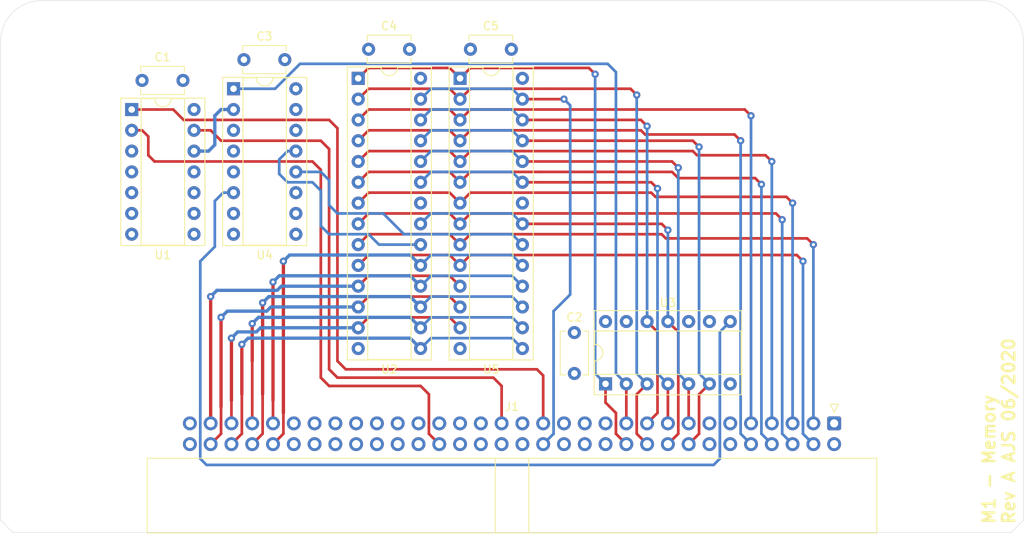
<source format=kicad_pcb>
(kicad_pcb (version 20171130) (host pcbnew 5.1.6-c6e7f7d~86~ubuntu18.04.1)
  (layers (0 F.Cu signal) (1 In1.Cu signal) (2 In2.Cu signal) (31 B.Cu signal) (36 B.SilkS user) (37 F.SilkS user) (38 B.Mask user) (39 F.Mask user) (44 Edge.Cuts user))
  (net 0 "")
  (net 1 +5V)
  (net 2 GND)
  (net 3 /A1)
  (net 4 /A3)
  (net 5 /A5)
  (net 6 /A7)
  (net 7 /A9)
  (net 8 /A11)
  (net 9 /A13)
  (net 10 /A15)
  (net 11 "Net-(J1-Pad35)")
  (net 12 /A2)
  (net 13 /A4)
  (net 14 /A6)
  (net 15 /A8)
  (net 16 /A10)
  (net 17 /A12)
  (net 18 /A14)
  (net 19 "Net-(J1-Pad36)")
  (net 20 /A0)
  (net 21 "Net-(J1-Pad32)")
  (net 22 "Net-(J1-Pad38)")
  (net 23 "Net-(J1-Pad37)")
  (net 24 "Net-(J1-Pad43)")
  (net 25 "Net-(J1-Pad45)")
  (net 26 "Net-(J1-Pad47)")
  (net 27 "Net-(J1-Pad49)")
  (net 28 /D6)
  (net 29 /D4)
  (net 30 /D2)
  (net 31 /D0)
  (net 32 "Net-(J1-Pad44)")
  (net 33 "Net-(J1-Pad46)")
  (net 34 "Net-(J1-Pad48)")
  (net 35 "Net-(J1-Pad50)")
  (net 36 /D7)
  (net 37 /D5)
  (net 38 /D3)
  (net 39 /D1)
  (net 40 /nPCOE)
  (net 41 "Net-(J1-Pad31)")
  (net 42 /nADROE)
  (net 43 /nWR)
  (net 44 "Net-(J1-Pad34)")
  (net 45 "Net-(U1-Pad6)")
  (net 46 "Net-(U1-Pad12)")
  (net 47 /nMEN)
  (net 48 "Net-(U1-Pad8)")
  (net 49 /nCS0)
  (net 50 "Net-(U3-Pad8)")
  (net 51 "Net-(U4-Pad9)")
  (net 52 "Net-(U4-Pad10)")
  (net 53 "Net-(U4-Pad11)")
  (net 54 /nCS1)
  (net 55 "Net-(U4-Pad14)")
  (net 56 "Net-(U4-Pad7)")
  (net 57 "Net-(U4-Pad15)")
  (module Package_DIP:DIP-16_W7.62mm_Socket (layer F.Cu) (at 118.491 94.615)
    (fp_text reference U4 (at 3.81 20.32) (layer F.SilkS))
    (fp_text value 74HC138)
    (pad 1 thru_hole rect (at 0 0) (size 1.6 1.6) (drill 0.8) (layers *.Cu *.Mask) (net 10 /A15))
    (pad 9 thru_hole oval (at 7.62 17.78) (size 1.6 1.6) (drill 0.8) (layers *.Cu *.Mask) (net 51 "Net-(U4-Pad9)"))
    (pad 2 thru_hole oval (at 0 2.54) (size 1.6 1.6) (drill 0.8) (layers *.Cu *.Mask) (net 46 "Net-(U1-Pad12)"))
    (pad 10 thru_hole oval (at 7.62 15.24) (size 1.6 1.6) (drill 0.8) (layers *.Cu *.Mask) (net 52 "Net-(U4-Pad10)"))
    (pad 3 thru_hole oval (at 0 5.08) (size 1.6 1.6) (drill 0.8) (layers *.Cu *.Mask) (net 2 GND))
    (pad 11 thru_hole oval (at 7.62 12.7) (size 1.6 1.6) (drill 0.8) (layers *.Cu *.Mask) (net 53 "Net-(U4-Pad11)"))
    (pad 4 thru_hole oval (at 0 7.62) (size 1.6 1.6) (drill 0.8) (layers *.Cu *.Mask) (net 2 GND))
    (pad 12 thru_hole oval (at 7.62 10.16) (size 1.6 1.6) (drill 0.8) (layers *.Cu *.Mask) (net 54 /nCS1))
    (pad 5 thru_hole oval (at 0 10.16) (size 1.6 1.6) (drill 0.8) (layers *.Cu *.Mask) (net 2 GND))
    (pad 13 thru_hole oval (at 7.62 7.62) (size 1.6 1.6) (drill 0.8) (layers *.Cu *.Mask) (net 49 /nCS0))
    (pad 6 thru_hole oval (at 0 12.7) (size 1.6 1.6) (drill 0.8) (layers *.Cu *.Mask) (net 50 "Net-(U3-Pad8)"))
    (pad 14 thru_hole oval (at 7.62 5.08) (size 1.6 1.6) (drill 0.8) (layers *.Cu *.Mask) (net 55 "Net-(U4-Pad14)"))
    (pad 7 thru_hole oval (at 0 15.24) (size 1.6 1.6) (drill 0.8) (layers *.Cu *.Mask) (net 56 "Net-(U4-Pad7)"))
    (pad 15 thru_hole oval (at 7.62 2.54) (size 1.6 1.6) (drill 0.8) (layers *.Cu *.Mask) (net 57 "Net-(U4-Pad15)"))
    (pad 8 thru_hole oval (at 0 17.78) (size 1.6 1.6) (drill 0.8) (layers *.Cu *.Mask) (net 2 GND))
    (pad 16 thru_hole oval (at 7.62 0) (size 1.6 1.6) (drill 0.8) (layers *.Cu *.Mask) (net 1 +5V))
  )
  (module Connector_IDC:IDC-Header_2x32_P2.54mm_Horizontal (layer F.Cu) (at 191.897 135.509 270)
    (fp_text reference J1 (at -2.032 39.37 180) (layer F.SilkS))
    (fp_text value "Socket Hdr 0.1\"")
    (pad 1 thru_hole roundrect (at 0 0 270) (size 1.7 1.7) (drill 1) (layers *.Cu *.Mask) (roundrect_rratio 0.147059) (net 2 GND))
    (pad 3 thru_hole circle (at 0 2.54 270) (size 1.7 1.7) (drill 1) (layers *.Cu *.Mask) (net 3 /A1))
    (pad 5 thru_hole circle (at 0 5.08 270) (size 1.7 1.7) (drill 1) (layers *.Cu *.Mask) (net 4 /A3))
    (pad 7 thru_hole circle (at 0 7.62 270) (size 1.7 1.7) (drill 1) (layers *.Cu *.Mask) (net 5 /A5))
    (pad 9 thru_hole circle (at 0 10.16 270) (size 1.7 1.7) (drill 1) (layers *.Cu *.Mask) (net 6 /A7))
    (pad 11 thru_hole circle (at 0 12.7 270) (size 1.7 1.7) (drill 1) (layers *.Cu *.Mask) (net 2 GND))
    (pad 13 thru_hole circle (at 0 15.24 270) (size 1.7 1.7) (drill 1) (layers *.Cu *.Mask) (net 2 GND))
    (pad 15 thru_hole circle (at 0 17.78 270) (size 1.7 1.7) (drill 1) (layers *.Cu *.Mask) (net 7 /A9))
    (pad 17 thru_hole circle (at 0 20.32 270) (size 1.7 1.7) (drill 1) (layers *.Cu *.Mask) (net 8 /A11))
    (pad 19 thru_hole circle (at 0 22.86 270) (size 1.7 1.7) (drill 1) (layers *.Cu *.Mask) (net 9 /A13))
    (pad 21 thru_hole circle (at 0 25.4 270) (size 1.7 1.7) (drill 1) (layers *.Cu *.Mask) (net 10 /A15))
    (pad 23 thru_hole circle (at 0 27.94 270) (size 1.7 1.7) (drill 1) (layers *.Cu *.Mask) (net 2 GND))
    (pad 25 thru_hole circle (at 0 30.48 270) (size 1.7 1.7) (drill 1) (layers *.Cu *.Mask) (net 1 +5V))
    (pad 27 thru_hole circle (at 0 33.02 270) (size 1.7 1.7) (drill 1) (layers *.Cu *.Mask) (net 2 GND))
    (pad 29 thru_hole circle (at 0 35.56 270) (size 1.7 1.7) (drill 1) (layers *.Cu *.Mask) (net 40 /nPCOE))
    (pad 31 thru_hole circle (at 0 38.1 270) (size 1.7 1.7) (drill 1) (layers *.Cu *.Mask) (net 41 "Net-(J1-Pad31)"))
    (pad 33 thru_hole circle (at 0 40.64 270) (size 1.7 1.7) (drill 1) (layers *.Cu *.Mask) (net 42 /nADROE))
    (pad 35 thru_hole circle (at 0 43.18 270) (size 1.7 1.7) (drill 1) (layers *.Cu *.Mask) (net 11 "Net-(J1-Pad35)"))
    (pad 37 thru_hole circle (at 0 45.72 270) (size 1.7 1.7) (drill 1) (layers *.Cu *.Mask) (net 23 "Net-(J1-Pad37)"))
    (pad 39 thru_hole circle (at 0 48.26 270) (size 1.7 1.7) (drill 1) (layers *.Cu *.Mask) (net 2 GND))
    (pad 41 thru_hole circle (at 0 50.8 270) (size 1.7 1.7) (drill 1) (layers *.Cu *.Mask) (net 2 GND))
    (pad 43 thru_hole circle (at 0 53.34 270) (size 1.7 1.7) (drill 1) (layers *.Cu *.Mask) (net 24 "Net-(J1-Pad43)"))
    (pad 45 thru_hole circle (at 0 55.88 270) (size 1.7 1.7) (drill 1) (layers *.Cu *.Mask) (net 25 "Net-(J1-Pad45)"))
    (pad 47 thru_hole circle (at 0 58.42 270) (size 1.7 1.7) (drill 1) (layers *.Cu *.Mask) (net 26 "Net-(J1-Pad47)"))
    (pad 49 thru_hole circle (at 0 60.96 270) (size 1.7 1.7) (drill 1) (layers *.Cu *.Mask) (net 27 "Net-(J1-Pad49)"))
    (pad 51 thru_hole circle (at 0 63.5 270) (size 1.7 1.7) (drill 1) (layers *.Cu *.Mask) (net 2 GND))
    (pad 53 thru_hole circle (at 0 66.04 270) (size 1.7 1.7) (drill 1) (layers *.Cu *.Mask) (net 2 GND))
    (pad 55 thru_hole circle (at 0 68.58 270) (size 1.7 1.7) (drill 1) (layers *.Cu *.Mask) (net 28 /D6))
    (pad 57 thru_hole circle (at 0 71.12 270) (size 1.7 1.7) (drill 1) (layers *.Cu *.Mask) (net 29 /D4))
    (pad 59 thru_hole circle (at 0 73.66 270) (size 1.7 1.7) (drill 1) (layers *.Cu *.Mask) (net 30 /D2))
    (pad 61 thru_hole circle (at 0 76.2 270) (size 1.7 1.7) (drill 1) (layers *.Cu *.Mask) (net 31 /D0))
    (pad 63 thru_hole circle (at 0 78.74 270) (size 1.7 1.7) (drill 1) (layers *.Cu *.Mask) (net 2 GND))
    (pad 2 thru_hole circle (at 2.54 0 270) (size 1.7 1.7) (drill 1) (layers *.Cu *.Mask) (net 2 GND))
    (pad 4 thru_hole circle (at 2.54 2.54 270) (size 1.7 1.7) (drill 1) (layers *.Cu *.Mask) (net 20 /A0))
    (pad 6 thru_hole circle (at 2.54 5.08 270) (size 1.7 1.7) (drill 1) (layers *.Cu *.Mask) (net 12 /A2))
    (pad 8 thru_hole circle (at 2.54 7.62 270) (size 1.7 1.7) (drill 1) (layers *.Cu *.Mask) (net 13 /A4))
    (pad 10 thru_hole circle (at 2.54 10.16 270) (size 1.7 1.7) (drill 1) (layers *.Cu *.Mask) (net 14 /A6))
    (pad 12 thru_hole circle (at 2.54 12.7 270) (size 1.7 1.7) (drill 1) (layers *.Cu *.Mask) (net 2 GND))
    (pad 14 thru_hole circle (at 2.54 15.24 270) (size 1.7 1.7) (drill 1) (layers *.Cu *.Mask) (net 2 GND))
    (pad 16 thru_hole circle (at 2.54 17.78 270) (size 1.7 1.7) (drill 1) (layers *.Cu *.Mask) (net 15 /A8))
    (pad 18 thru_hole circle (at 2.54 20.32 270) (size 1.7 1.7) (drill 1) (layers *.Cu *.Mask) (net 16 /A10))
    (pad 20 thru_hole circle (at 2.54 22.86 270) (size 1.7 1.7) (drill 1) (layers *.Cu *.Mask) (net 17 /A12))
    (pad 22 thru_hole circle (at 2.54 25.4 270) (size 1.7 1.7) (drill 1) (layers *.Cu *.Mask) (net 18 /A14))
    (pad 24 thru_hole circle (at 2.54 27.94 270) (size 1.7 1.7) (drill 1) (layers *.Cu *.Mask) (net 2 GND))
    (pad 26 thru_hole circle (at 2.54 30.48 270) (size 1.7 1.7) (drill 1) (layers *.Cu *.Mask) (net 1 +5V))
    (pad 28 thru_hole circle (at 2.54 33.02 270) (size 1.7 1.7) (drill 1) (layers *.Cu *.Mask) (net 2 GND))
    (pad 30 thru_hole circle (at 2.54 35.56 270) (size 1.7 1.7) (drill 1) (layers *.Cu *.Mask) (net 43 /nWR))
    (pad 32 thru_hole circle (at 2.54 38.1 270) (size 1.7 1.7) (drill 1) (layers *.Cu *.Mask) (net 21 "Net-(J1-Pad32)"))
    (pad 34 thru_hole circle (at 2.54 40.64 270) (size 1.7 1.7) (drill 1) (layers *.Cu *.Mask) (net 44 "Net-(J1-Pad34)"))
    (pad 36 thru_hole circle (at 2.54 43.18 270) (size 1.7 1.7) (drill 1) (layers *.Cu *.Mask) (net 19 "Net-(J1-Pad36)"))
    (pad 38 thru_hole circle (at 2.54 45.72 270) (size 1.7 1.7) (drill 1) (layers *.Cu *.Mask) (net 22 "Net-(J1-Pad38)"))
    (pad 40 thru_hole circle (at 2.54 48.26 270) (size 1.7 1.7) (drill 1) (layers *.Cu *.Mask) (net 47 /nMEN))
    (pad 42 thru_hole circle (at 2.54 50.8 270) (size 1.7 1.7) (drill 1) (layers *.Cu *.Mask) (net 2 GND))
    (pad 44 thru_hole circle (at 2.54 53.34 270) (size 1.7 1.7) (drill 1) (layers *.Cu *.Mask) (net 32 "Net-(J1-Pad44)"))
    (pad 46 thru_hole circle (at 2.54 55.88 270) (size 1.7 1.7) (drill 1) (layers *.Cu *.Mask) (net 33 "Net-(J1-Pad46)"))
    (pad 48 thru_hole circle (at 2.54 58.42 270) (size 1.7 1.7) (drill 1) (layers *.Cu *.Mask) (net 34 "Net-(J1-Pad48)"))
    (pad 50 thru_hole circle (at 2.54 60.96 270) (size 1.7 1.7) (drill 1) (layers *.Cu *.Mask) (net 35 "Net-(J1-Pad50)"))
    (pad 52 thru_hole circle (at 2.54 63.5 270) (size 1.7 1.7) (drill 1) (layers *.Cu *.Mask) (net 2 GND))
    (pad 54 thru_hole circle (at 2.54 66.04 270) (size 1.7 1.7) (drill 1) (layers *.Cu *.Mask) (net 2 GND))
    (pad 56 thru_hole circle (at 2.54 68.58 270) (size 1.7 1.7) (drill 1) (layers *.Cu *.Mask) (net 36 /D7))
    (pad 58 thru_hole circle (at 2.54 71.12 270) (size 1.7 1.7) (drill 1) (layers *.Cu *.Mask) (net 37 /D5))
    (pad 60 thru_hole circle (at 2.54 73.66 270) (size 1.7 1.7) (drill 1) (layers *.Cu *.Mask) (net 38 /D3))
    (pad 62 thru_hole circle (at 2.54 76.2 270) (size 1.7 1.7) (drill 1) (layers *.Cu *.Mask) (net 39 /D1))
    (pad 64 thru_hole circle (at 2.54 78.74 270) (size 1.7 1.7) (drill 1) (layers *.Cu *.Mask) (net 2 GND))
  )
  (module Capacitor_THT:C_Disc_D5.1mm_W3.2mm_P5.00mm (layer F.Cu) (at 107.315 93.599)
    (fp_text reference C1 (at 2.5 -2.85) (layer F.SilkS))
    (fp_text value 100n)
    (pad 1 thru_hole circle (at 0 0) (size 1.6 1.6) (drill 0.8) (layers *.Cu *.Mask) (net 2 GND))
    (pad 2 thru_hole circle (at 5 0) (size 1.6 1.6) (drill 0.8) (layers *.Cu *.Mask) (net 1 +5V))
  )
  (module Capacitor_THT:C_Disc_D5.1mm_W3.2mm_P5.00mm (layer F.Cu) (at 160.147 129.413 90)
    (fp_text reference C2 (at 6.858 0 180) (layer F.SilkS))
    (fp_text value 100n)
    (pad 1 thru_hole circle (at 0 0 90) (size 1.6 1.6) (drill 0.8) (layers *.Cu *.Mask) (net 2 GND))
    (pad 2 thru_hole circle (at 5 0 90) (size 1.6 1.6) (drill 0.8) (layers *.Cu *.Mask) (net 1 +5V))
  )
  (module Capacitor_THT:C_Disc_D5.1mm_W3.2mm_P5.00mm (layer F.Cu) (at 119.761 91.059)
    (fp_text reference C3 (at 2.5 -2.85) (layer F.SilkS))
    (fp_text value 100n)
    (pad 2 thru_hole circle (at 5 0) (size 1.6 1.6) (drill 0.8) (layers *.Cu *.Mask) (net 1 +5V))
    (pad 1 thru_hole circle (at 0 0) (size 1.6 1.6) (drill 0.8) (layers *.Cu *.Mask) (net 2 GND))
  )
  (module Capacitor_THT:C_Disc_D5.1mm_W3.2mm_P5.00mm (layer F.Cu) (at 135.001 89.789)
    (fp_text reference C4 (at 2.5 -2.85) (layer F.SilkS))
    (fp_text value 100n)
    (pad 2 thru_hole circle (at 5 0) (size 1.6 1.6) (drill 0.8) (layers *.Cu *.Mask) (net 1 +5V))
    (pad 1 thru_hole circle (at 0 0) (size 1.6 1.6) (drill 0.8) (layers *.Cu *.Mask) (net 2 GND))
  )
  (module Capacitor_THT:C_Disc_D5.1mm_W3.2mm_P5.00mm (layer F.Cu) (at 147.447 89.789)
    (fp_text reference C5 (at 2.5 -2.85) (layer F.SilkS))
    (fp_text value 100n)
    (pad 1 thru_hole circle (at 0 0) (size 1.6 1.6) (drill 0.8) (layers *.Cu *.Mask) (net 2 GND))
    (pad 2 thru_hole circle (at 5 0) (size 1.6 1.6) (drill 0.8) (layers *.Cu *.Mask) (net 1 +5V))
  )
  (module Package_DIP:DIP-14_W7.62mm_Socket (layer F.Cu) (at 106.045 97.155)
    (fp_text reference U1 (at 3.81 17.78) (layer F.SilkS))
    (fp_text value 74LS10)
    (pad 14 thru_hole oval (at 7.62 0) (size 1.6 1.6) (drill 0.8) (layers *.Cu *.Mask) (net 1 +5V))
    (pad 7 thru_hole oval (at 0 15.24) (size 1.6 1.6) (drill 0.8) (layers *.Cu *.Mask) (net 2 GND))
    (pad 13 thru_hole oval (at 7.62 2.54) (size 1.6 1.6) (drill 0.8) (layers *.Cu *.Mask) (net 42 /nADROE))
    (pad 6 thru_hole oval (at 0 12.7) (size 1.6 1.6) (drill 0.8) (layers *.Cu *.Mask) (net 45 "Net-(U1-Pad6)"))
    (pad 12 thru_hole oval (at 7.62 5.08) (size 1.6 1.6) (drill 0.8) (layers *.Cu *.Mask) (net 46 "Net-(U1-Pad12)"))
    (pad 5 thru_hole oval (at 0 10.16) (size 1.6 1.6) (drill 0.8) (layers *.Cu *.Mask) (net 2 GND))
    (pad 11 thru_hole oval (at 7.62 7.62) (size 1.6 1.6) (drill 0.8) (layers *.Cu *.Mask) (net 2 GND))
    (pad 4 thru_hole oval (at 0 7.62) (size 1.6 1.6) (drill 0.8) (layers *.Cu *.Mask) (net 2 GND))
    (pad 10 thru_hole oval (at 7.62 10.16) (size 1.6 1.6) (drill 0.8) (layers *.Cu *.Mask) (net 2 GND))
    (pad 3 thru_hole oval (at 0 5.08) (size 1.6 1.6) (drill 0.8) (layers *.Cu *.Mask) (net 2 GND))
    (pad 9 thru_hole oval (at 7.62 12.7) (size 1.6 1.6) (drill 0.8) (layers *.Cu *.Mask) (net 2 GND))
    (pad 2 thru_hole oval (at 0 2.54) (size 1.6 1.6) (drill 0.8) (layers *.Cu *.Mask) (net 47 /nMEN))
    (pad 8 thru_hole oval (at 7.62 15.24) (size 1.6 1.6) (drill 0.8) (layers *.Cu *.Mask) (net 48 "Net-(U1-Pad8)"))
    (pad 1 thru_hole rect (at 0 0) (size 1.6 1.6) (drill 0.8) (layers *.Cu *.Mask) (net 40 /nPCOE))
  )
  (module Package_DIP:DIP-14_W7.62mm_Socket (layer F.Cu) (at 163.957 130.683 90)
    (fp_text reference U3 (at 9.906 7.62 180) (layer F.SilkS))
    (fp_text value 74HC30)
    (pad 1 thru_hole rect (at 0 0 90) (size 1.6 1.6) (drill 0.8) (layers *.Cu *.Mask) (net 18 /A14))
    (pad 8 thru_hole oval (at 7.62 15.24 90) (size 1.6 1.6) (drill 0.8) (layers *.Cu *.Mask) (net 50 "Net-(U3-Pad8)"))
    (pad 2 thru_hole oval (at 0 2.54 90) (size 1.6 1.6) (drill 0.8) (layers *.Cu *.Mask) (net 10 /A15))
    (pad 9 thru_hole oval (at 7.62 12.7 90) (size 1.6 1.6) (drill 0.8) (layers *.Cu *.Mask))
    (pad 3 thru_hole oval (at 0 5.08 90) (size 1.6 1.6) (drill 0.8) (layers *.Cu *.Mask) (net 17 /A12))
    (pad 10 thru_hole oval (at 7.62 10.16 90) (size 1.6 1.6) (drill 0.8) (layers *.Cu *.Mask))
    (pad 4 thru_hole oval (at 0 7.62 90) (size 1.6 1.6) (drill 0.8) (layers *.Cu *.Mask) (net 8 /A11))
    (pad 11 thru_hole oval (at 7.62 7.62 90) (size 1.6 1.6) (drill 0.8) (layers *.Cu *.Mask) (net 16 /A10))
    (pad 5 thru_hole oval (at 0 10.16 90) (size 1.6 1.6) (drill 0.8) (layers *.Cu *.Mask) (net 7 /A9))
    (pad 12 thru_hole oval (at 7.62 5.08 90) (size 1.6 1.6) (drill 0.8) (layers *.Cu *.Mask) (net 9 /A13))
    (pad 6 thru_hole oval (at 0 12.7 90) (size 1.6 1.6) (drill 0.8) (layers *.Cu *.Mask) (net 15 /A8))
    (pad 13 thru_hole oval (at 7.62 2.54 90) (size 1.6 1.6) (drill 0.8) (layers *.Cu *.Mask))
    (pad 7 thru_hole oval (at 0 15.24 90) (size 1.6 1.6) (drill 0.8) (layers *.Cu *.Mask) (net 2 GND))
    (pad 14 thru_hole oval (at 7.62 0 90) (size 1.6 1.6) (drill 0.8) (layers *.Cu *.Mask) (net 1 +5V))
  )
  (module Package_DIP:DIP-28_W7.62mm_Socket (layer F.Cu) (at 133.731 93.345)
    (fp_text reference U2 (at 3.81 35.56) (layer F.SilkS))
    (fp_text value CY62256-70PC)
    (pad 1 thru_hole rect (at 0 0) (size 1.6 1.6) (drill 0.8) (layers *.Cu *.Mask) (net 18 /A14))
    (pad 15 thru_hole oval (at 7.62 33.02) (size 1.6 1.6) (drill 0.8) (layers *.Cu *.Mask) (net 38 /D3))
    (pad 2 thru_hole oval (at 0 2.54) (size 1.6 1.6) (drill 0.8) (layers *.Cu *.Mask) (net 17 /A12))
    (pad 16 thru_hole oval (at 7.62 30.48) (size 1.6 1.6) (drill 0.8) (layers *.Cu *.Mask) (net 29 /D4))
    (pad 3 thru_hole oval (at 0 5.08) (size 1.6 1.6) (drill 0.8) (layers *.Cu *.Mask) (net 6 /A7))
    (pad 17 thru_hole oval (at 7.62 27.94) (size 1.6 1.6) (drill 0.8) (layers *.Cu *.Mask) (net 37 /D5))
    (pad 4 thru_hole oval (at 0 7.62) (size 1.6 1.6) (drill 0.8) (layers *.Cu *.Mask) (net 14 /A6))
    (pad 18 thru_hole oval (at 7.62 25.4) (size 1.6 1.6) (drill 0.8) (layers *.Cu *.Mask) (net 28 /D6))
    (pad 5 thru_hole oval (at 0 10.16) (size 1.6 1.6) (drill 0.8) (layers *.Cu *.Mask) (net 5 /A5))
    (pad 19 thru_hole oval (at 7.62 22.86) (size 1.6 1.6) (drill 0.8) (layers *.Cu *.Mask) (net 36 /D7))
    (pad 6 thru_hole oval (at 0 12.7) (size 1.6 1.6) (drill 0.8) (layers *.Cu *.Mask) (net 13 /A4))
    (pad 20 thru_hole oval (at 7.62 20.32) (size 1.6 1.6) (drill 0.8) (layers *.Cu *.Mask) (net 49 /nCS0))
    (pad 7 thru_hole oval (at 0 15.24) (size 1.6 1.6) (drill 0.8) (layers *.Cu *.Mask) (net 4 /A3))
    (pad 21 thru_hole oval (at 7.62 17.78) (size 1.6 1.6) (drill 0.8) (layers *.Cu *.Mask) (net 16 /A10))
    (pad 8 thru_hole oval (at 0 17.78) (size 1.6 1.6) (drill 0.8) (layers *.Cu *.Mask) (net 12 /A2))
    (pad 22 thru_hole oval (at 7.62 15.24) (size 1.6 1.6) (drill 0.8) (layers *.Cu *.Mask) (net 2 GND))
    (pad 9 thru_hole oval (at 0 20.32) (size 1.6 1.6) (drill 0.8) (layers *.Cu *.Mask) (net 3 /A1))
    (pad 23 thru_hole oval (at 7.62 12.7) (size 1.6 1.6) (drill 0.8) (layers *.Cu *.Mask) (net 8 /A11))
    (pad 10 thru_hole oval (at 0 22.86) (size 1.6 1.6) (drill 0.8) (layers *.Cu *.Mask) (net 20 /A0))
    (pad 24 thru_hole oval (at 7.62 10.16) (size 1.6 1.6) (drill 0.8) (layers *.Cu *.Mask) (net 7 /A9))
    (pad 11 thru_hole oval (at 0 25.4) (size 1.6 1.6) (drill 0.8) (layers *.Cu *.Mask) (net 31 /D0))
    (pad 25 thru_hole oval (at 7.62 7.62) (size 1.6 1.6) (drill 0.8) (layers *.Cu *.Mask) (net 15 /A8))
    (pad 12 thru_hole oval (at 0 27.94) (size 1.6 1.6) (drill 0.8) (layers *.Cu *.Mask) (net 39 /D1))
    (pad 26 thru_hole oval (at 7.62 5.08) (size 1.6 1.6) (drill 0.8) (layers *.Cu *.Mask) (net 9 /A13))
    (pad 13 thru_hole oval (at 0 30.48) (size 1.6 1.6) (drill 0.8) (layers *.Cu *.Mask) (net 30 /D2))
    (pad 27 thru_hole oval (at 7.62 2.54) (size 1.6 1.6) (drill 0.8) (layers *.Cu *.Mask) (net 43 /nWR))
    (pad 14 thru_hole oval (at 0 33.02) (size 1.6 1.6) (drill 0.8) (layers *.Cu *.Mask) (net 2 GND))
    (pad 28 thru_hole oval (at 7.62 0) (size 1.6 1.6) (drill 0.8) (layers *.Cu *.Mask) (net 1 +5V))
  )
  (module Package_DIP:DIP-28_W7.62mm_Socket (layer F.Cu) (at 146.177 93.345)
    (fp_text reference U5 (at 3.81 35.56) (layer F.SilkS))
    (fp_text value CY62256-70PC)
    (pad 28 thru_hole oval (at 7.62 0) (size 1.6 1.6) (drill 0.8) (layers *.Cu *.Mask) (net 1 +5V))
    (pad 14 thru_hole oval (at 0 33.02) (size 1.6 1.6) (drill 0.8) (layers *.Cu *.Mask) (net 2 GND))
    (pad 27 thru_hole oval (at 7.62 2.54) (size 1.6 1.6) (drill 0.8) (layers *.Cu *.Mask) (net 43 /nWR))
    (pad 13 thru_hole oval (at 0 30.48) (size 1.6 1.6) (drill 0.8) (layers *.Cu *.Mask) (net 30 /D2))
    (pad 26 thru_hole oval (at 7.62 5.08) (size 1.6 1.6) (drill 0.8) (layers *.Cu *.Mask) (net 9 /A13))
    (pad 12 thru_hole oval (at 0 27.94) (size 1.6 1.6) (drill 0.8) (layers *.Cu *.Mask) (net 39 /D1))
    (pad 25 thru_hole oval (at 7.62 7.62) (size 1.6 1.6) (drill 0.8) (layers *.Cu *.Mask) (net 15 /A8))
    (pad 11 thru_hole oval (at 0 25.4) (size 1.6 1.6) (drill 0.8) (layers *.Cu *.Mask) (net 31 /D0))
    (pad 24 thru_hole oval (at 7.62 10.16) (size 1.6 1.6) (drill 0.8) (layers *.Cu *.Mask) (net 7 /A9))
    (pad 10 thru_hole oval (at 0 22.86) (size 1.6 1.6) (drill 0.8) (layers *.Cu *.Mask) (net 20 /A0))
    (pad 23 thru_hole oval (at 7.62 12.7) (size 1.6 1.6) (drill 0.8) (layers *.Cu *.Mask) (net 8 /A11))
    (pad 9 thru_hole oval (at 0 20.32) (size 1.6 1.6) (drill 0.8) (layers *.Cu *.Mask) (net 3 /A1))
    (pad 22 thru_hole oval (at 7.62 15.24) (size 1.6 1.6) (drill 0.8) (layers *.Cu *.Mask) (net 2 GND))
    (pad 8 thru_hole oval (at 0 17.78) (size 1.6 1.6) (drill 0.8) (layers *.Cu *.Mask) (net 12 /A2))
    (pad 21 thru_hole oval (at 7.62 17.78) (size 1.6 1.6) (drill 0.8) (layers *.Cu *.Mask) (net 16 /A10))
    (pad 7 thru_hole oval (at 0 15.24) (size 1.6 1.6) (drill 0.8) (layers *.Cu *.Mask) (net 4 /A3))
    (pad 20 thru_hole oval (at 7.62 20.32) (size 1.6 1.6) (drill 0.8) (layers *.Cu *.Mask) (net 54 /nCS1))
    (pad 6 thru_hole oval (at 0 12.7) (size 1.6 1.6) (drill 0.8) (layers *.Cu *.Mask) (net 13 /A4))
    (pad 19 thru_hole oval (at 7.62 22.86) (size 1.6 1.6) (drill 0.8) (layers *.Cu *.Mask) (net 36 /D7))
    (pad 5 thru_hole oval (at 0 10.16) (size 1.6 1.6) (drill 0.8) (layers *.Cu *.Mask) (net 5 /A5))
    (pad 18 thru_hole oval (at 7.62 25.4) (size 1.6 1.6) (drill 0.8) (layers *.Cu *.Mask) (net 28 /D6))
    (pad 4 thru_hole oval (at 0 7.62) (size 1.6 1.6) (drill 0.8) (layers *.Cu *.Mask) (net 14 /A6))
    (pad 17 thru_hole oval (at 7.62 27.94) (size 1.6 1.6) (drill 0.8) (layers *.Cu *.Mask) (net 37 /D5))
    (pad 3 thru_hole oval (at 0 5.08) (size 1.6 1.6) (drill 0.8) (layers *.Cu *.Mask) (net 6 /A7))
    (pad 16 thru_hole oval (at 7.62 30.48) (size 1.6 1.6) (drill 0.8) (layers *.Cu *.Mask) (net 29 /D4))
    (pad 2 thru_hole oval (at 0 2.54) (size 1.6 1.6) (drill 0.8) (layers *.Cu *.Mask) (net 17 /A12))
    (pad 15 thru_hole oval (at 7.62 33.02) (size 1.6 1.6) (drill 0.8) (layers *.Cu *.Mask) (net 38 /D3))
    (pad 1 thru_hole rect (at 0 0) (size 1.6 1.6) (drill 0.8) (layers *.Cu *.Mask) (net 18 /A14))
  )
  (gr_line (start 215.027 88.844) (end 215.027 147.344) (layer Edge.Cuts) (width 0.05))
  (gr_line (start 90.027 88.844) (end 90.027 147.344) (layer Edge.Cuts) (width 0.05))
  (gr_line (start 215.027 147.344) (end 213.527 148.844) (layer Edge.Cuts) (width 0.05))
  (gr_line (start 213.527 148.844) (end 91.527 148.844) (layer Edge.Cuts) (width 0.05))
  (gr_line (start 210.027 83.844) (end 95.027 83.844) (layer Edge.Cuts) (width 0.05))
  (gr_line (start 90.027 147.344) (end 91.527 148.844) (layer Edge.Cuts) (width 0.05))
  (gr_text "M1 - Memory\nRev A AJS 06/2020" (at 212.027 147.955 90) (layer F.SilkS) (effects (font (size 1.5 1.5) (thickness 0.3)) (justify left)))
  (gr_arc (start 95.027 88.844) (end 95.027 83.844) (angle -90) (layer Edge.Cuts) (width 0.05))
  (gr_arc (start 210.027 88.844) (end 215.027 88.844) (angle -90) (layer Edge.Cuts) (width 0.05))
  (segment (start 133.731 113.665) (end 135.001 112.395) (width 0.3302) (layer F.Cu) (net 3))
  (segment (start 144.907 112.395) (end 146.177 113.665) (width 0.3302) (layer F.Cu) (net 3))
  (segment (start 135.001 112.395) (end 144.907 112.395) (width 0.3302) (layer F.Cu) (net 3))
  (segment (start 146.177 113.665) (end 147.447 112.395) (width 0.3302) (layer F.Cu) (net 3))
  (segment (start 147.447 112.395) (end 170.815 112.395) (width 0.3302) (layer F.Cu) (net 3))
  (segment (start 170.815 112.395) (end 171.323 112.903) (width 0.3302) (layer F.Cu) (net 3))
  (segment (start 171.323 112.903) (end 188.595 112.903) (width 0.3302) (layer F.Cu) (net 3))
  (segment (start 188.595 112.903) (end 189.357 113.665) (width 0.3302) (layer F.Cu) (net 3))
  (segment (start 189.357 113.665) (end 189.357 113.665) (width 0.3302) (layer F.Cu) (net 3))
  (via (at 189.357 113.665) (size 0.889) (drill 0.381) (layers F.Cu B.Cu) (net 3))
  (segment (start 189.357 135.509) (end 189.357 113.665) (width 0.3302) (layer B.Cu) (net 3))
  (segment (start 133.731 108.585) (end 135.001 107.315) (width 0.3302) (layer F.Cu) (net 4))
  (segment (start 144.907 107.315) (end 146.177 108.585) (width 0.3302) (layer F.Cu) (net 4))
  (segment (start 135.001 107.315) (end 144.907 107.315) (width 0.3302) (layer F.Cu) (net 4))
  (segment (start 146.177 108.585) (end 147.447 107.315) (width 0.3302) (layer F.Cu) (net 4))
  (segment (start 147.447 107.315) (end 169.545 107.315) (width 0.3302) (layer F.Cu) (net 4))
  (segment (start 169.545 107.315) (end 170.053 107.823) (width 0.3302) (layer F.Cu) (net 4))
  (segment (start 170.053 107.823) (end 186.055 107.823) (width 0.3302) (layer F.Cu) (net 4))
  (segment (start 186.055 107.823) (end 186.817 108.585) (width 0.3302) (layer F.Cu) (net 4))
  (segment (start 186.817 108.585) (end 186.817 108.585) (width 0.3302) (layer F.Cu) (net 4))
  (via (at 186.817 108.585) (size 0.889) (drill 0.381) (layers F.Cu B.Cu) (net 4))
  (segment (start 186.817 135.509) (end 186.817 108.585) (width 0.3302) (layer B.Cu) (net 4))
  (segment (start 133.731 103.505) (end 135.001 102.235) (width 0.3302) (layer F.Cu) (net 5))
  (segment (start 144.907 102.235) (end 146.177 103.505) (width 0.3302) (layer F.Cu) (net 5))
  (segment (start 135.001 102.235) (end 144.907 102.235) (width 0.3302) (layer F.Cu) (net 5))
  (segment (start 146.177 103.505) (end 147.447 102.235) (width 0.3302) (layer F.Cu) (net 5))
  (segment (start 147.447 102.235) (end 173.355 102.235) (width 0.3302) (layer F.Cu) (net 5))
  (segment (start 173.355 102.235) (end 174.625 102.235) (width 0.3302) (layer F.Cu) (net 5))
  (segment (start 174.625 102.235) (end 175.133 102.743) (width 0.3302) (layer F.Cu) (net 5))
  (segment (start 175.133 102.743) (end 183.515 102.743) (width 0.3302) (layer F.Cu) (net 5))
  (segment (start 183.515 102.743) (end 184.277 103.505) (width 0.3302) (layer F.Cu) (net 5))
  (segment (start 184.277 103.505) (end 184.277 103.505) (width 0.3302) (layer F.Cu) (net 5))
  (via (at 184.277 103.505) (size 0.889) (drill 0.381) (layers F.Cu B.Cu) (net 5))
  (segment (start 184.277 135.509) (end 184.277 103.505) (width 0.3302) (layer B.Cu) (net 5))
  (segment (start 133.731 98.425) (end 135.001 97.155) (width 0.3302) (layer F.Cu) (net 6))
  (segment (start 144.907 97.155) (end 146.177 98.425) (width 0.3302) (layer F.Cu) (net 6))
  (segment (start 135.001 97.155) (end 144.907 97.155) (width 0.3302) (layer F.Cu) (net 6))
  (segment (start 146.177 98.425) (end 147.447 97.155) (width 0.3302) (layer F.Cu) (net 6))
  (segment (start 147.447 97.155) (end 180.975 97.155) (width 0.3302) (layer F.Cu) (net 6))
  (segment (start 180.975 97.155) (end 181.737 97.917) (width 0.3302) (layer F.Cu) (net 6))
  (segment (start 181.737 98.171) (end 181.737 97.917) (width 0.3302) (layer B.Cu) (net 6))
  (via (at 181.737 97.917) (size 0.889) (drill 0.381) (layers F.Cu B.Cu) (net 6))
  (segment (start 181.737 135.509) (end 181.737 97.917) (width 0.3302) (layer B.Cu) (net 6))
  (segment (start 174.117 135.509) (end 174.117 130.683) (width 0.3302) (layer F.Cu) (net 7))
  (segment (start 141.351 103.505) (end 142.621 102.235) (width 0.3302) (layer B.Cu) (net 7))
  (segment (start 152.527 102.235) (end 153.797 103.505) (width 0.3302) (layer B.Cu) (net 7))
  (segment (start 142.621 102.235) (end 152.527 102.235) (width 0.3302) (layer B.Cu) (net 7))
  (segment (start 153.797 103.505) (end 172.085 103.505) (width 0.3302) (layer F.Cu) (net 7))
  (segment (start 172.085 103.505) (end 172.847 104.267) (width 0.3302) (layer F.Cu) (net 7))
  (segment (start 172.847 104.267) (end 172.847 104.267) (width 0.3302) (layer F.Cu) (net 7))
  (via (at 172.847 104.267) (size 0.889) (drill 0.381) (layers F.Cu B.Cu) (net 7))
  (segment (start 172.847 129.413) (end 172.847 104.267) (width 0.3302) (layer B.Cu) (net 7))
  (segment (start 174.117 130.683) (end 172.847 129.413) (width 0.3302) (layer B.Cu) (net 7))
  (segment (start 171.577 135.509) (end 171.577 130.683) (width 0.3302) (layer F.Cu) (net 8))
  (segment (start 141.351 106.045) (end 142.621 104.775) (width 0.3302) (layer B.Cu) (net 8))
  (segment (start 152.527 104.775) (end 153.797 106.045) (width 0.3302) (layer B.Cu) (net 8))
  (segment (start 142.621 104.775) (end 152.527 104.775) (width 0.3302) (layer B.Cu) (net 8))
  (segment (start 153.797 106.045) (end 169.545 106.045) (width 0.3302) (layer F.Cu) (net 8))
  (segment (start 169.545 106.045) (end 170.307 106.807) (width 0.3302) (layer F.Cu) (net 8))
  (segment (start 170.307 106.807) (end 170.307 106.807) (width 0.3302) (layer F.Cu) (net 8))
  (via (at 170.307 106.807) (size 0.889) (drill 0.381) (layers F.Cu B.Cu) (net 8))
  (segment (start 170.307 129.413) (end 170.307 106.807) (width 0.3302) (layer B.Cu) (net 8))
  (segment (start 171.577 130.683) (end 170.307 129.413) (width 0.3302) (layer B.Cu) (net 8))
  (segment (start 170.307 124.333) (end 169.037 123.063) (width 0.3302) (layer F.Cu) (net 9))
  (segment (start 169.037 135.509) (end 170.307 134.239) (width 0.3302) (layer F.Cu) (net 9))
  (segment (start 170.307 134.239) (end 170.307 124.333) (width 0.3302) (layer F.Cu) (net 9))
  (segment (start 141.351 98.425) (end 142.621 97.155) (width 0.3302) (layer B.Cu) (net 9))
  (segment (start 152.527 97.155) (end 153.797 98.425) (width 0.3302) (layer B.Cu) (net 9))
  (segment (start 142.621 97.155) (end 152.527 97.155) (width 0.3302) (layer B.Cu) (net 9))
  (segment (start 153.797 98.425) (end 168.275 98.425) (width 0.3302) (layer F.Cu) (net 9))
  (segment (start 168.275 98.425) (end 169.037 99.187) (width 0.3302) (layer F.Cu) (net 9))
  (segment (start 169.037 99.187) (end 169.037 99.187) (width 0.3302) (layer F.Cu) (net 9))
  (via (at 169.037 99.187) (size 0.889) (drill 0.381) (layers F.Cu B.Cu) (net 9))
  (segment (start 169.037 123.063) (end 169.037 99.187) (width 0.3302) (layer B.Cu) (net 9))
  (segment (start 166.497 135.509) (end 166.497 133.477) (width 0.3302) (layer F.Cu) (net 10))
  (segment (start 166.497 130.683) (end 166.497 133.477) (width 0.3302) (layer F.Cu) (net 10))
  (segment (start 165.227 129.413) (end 166.497 130.683) (width 0.3302) (layer B.Cu) (net 10))
  (segment (start 165.227 92.583) (end 165.227 129.413) (width 0.3302) (layer B.Cu) (net 10))
  (segment (start 164.211 91.567) (end 165.227 92.583) (width 0.3302) (layer B.Cu) (net 10))
  (segment (start 126.619 91.567) (end 164.211 91.567) (width 0.3302) (layer B.Cu) (net 10))
  (segment (start 118.491 94.615) (end 123.571 94.615) (width 0.3302) (layer B.Cu) (net 10))
  (segment (start 123.571 94.615) (end 126.619 91.567) (width 0.3302) (layer B.Cu) (net 10))
  (segment (start 133.731 111.125) (end 135.001 109.855) (width 0.3302) (layer F.Cu) (net 12))
  (segment (start 144.907 109.855) (end 146.177 111.125) (width 0.3302) (layer F.Cu) (net 12))
  (segment (start 135.001 109.855) (end 144.907 109.855) (width 0.3302) (layer F.Cu) (net 12))
  (segment (start 146.177 111.125) (end 147.447 109.855) (width 0.3302) (layer F.Cu) (net 12))
  (segment (start 147.447 109.855) (end 184.785 109.855) (width 0.3302) (layer F.Cu) (net 12))
  (segment (start 184.785 109.855) (end 185.547 110.617) (width 0.3302) (layer F.Cu) (net 12))
  (segment (start 185.547 110.617) (end 185.547 110.617) (width 0.3302) (layer F.Cu) (net 12))
  (via (at 185.547 110.617) (size 0.889) (drill 0.381) (layers F.Cu B.Cu) (net 12))
  (segment (start 185.547 136.779) (end 185.547 110.617) (width 0.3302) (layer B.Cu) (net 12))
  (segment (start 186.817 138.049) (end 185.547 136.779) (width 0.3302) (layer B.Cu) (net 12))
  (segment (start 133.731 106.045) (end 135.001 104.775) (width 0.3302) (layer F.Cu) (net 13))
  (segment (start 144.907 104.775) (end 146.177 106.045) (width 0.3302) (layer F.Cu) (net 13))
  (segment (start 135.001 104.775) (end 144.907 104.775) (width 0.3302) (layer F.Cu) (net 13))
  (segment (start 146.177 106.045) (end 147.447 104.775) (width 0.3302) (layer F.Cu) (net 13))
  (segment (start 147.447 104.775) (end 155.829 104.775) (width 0.3302) (layer F.Cu) (net 13))
  (segment (start 155.829 104.775) (end 172.085 104.775) (width 0.3302) (layer F.Cu) (net 13))
  (segment (start 172.085 104.775) (end 172.847 105.537) (width 0.3302) (layer F.Cu) (net 13))
  (segment (start 172.847 105.537) (end 182.245 105.537) (width 0.3302) (layer F.Cu) (net 13))
  (segment (start 182.245 105.537) (end 183.007 106.299) (width 0.3302) (layer F.Cu) (net 13))
  (segment (start 183.007 106.299) (end 183.007 106.299) (width 0.3302) (layer F.Cu) (net 13))
  (via (at 183.007 106.299) (size 0.889) (drill 0.381) (layers F.Cu B.Cu) (net 13))
  (segment (start 183.007 136.779) (end 183.007 106.299) (width 0.3302) (layer B.Cu) (net 13))
  (segment (start 184.277 138.049) (end 183.007 136.779) (width 0.3302) (layer B.Cu) (net 13))
  (segment (start 133.731 100.965) (end 135.001 99.695) (width 0.3302) (layer F.Cu) (net 14))
  (segment (start 144.907 99.695) (end 146.177 100.965) (width 0.3302) (layer F.Cu) (net 14))
  (segment (start 135.001 99.695) (end 144.907 99.695) (width 0.3302) (layer F.Cu) (net 14))
  (segment (start 146.177 100.965) (end 147.447 99.695) (width 0.3302) (layer F.Cu) (net 14))
  (segment (start 147.447 99.695) (end 165.735 99.695) (width 0.3302) (layer F.Cu) (net 14))
  (segment (start 165.735 99.695) (end 168.275 99.695) (width 0.3302) (layer F.Cu) (net 14))
  (segment (start 168.275 99.695) (end 168.783 100.203) (width 0.3302) (layer F.Cu) (net 14))
  (segment (start 168.783 100.203) (end 179.705 100.203) (width 0.3302) (layer F.Cu) (net 14))
  (segment (start 179.705 100.203) (end 180.467 100.965) (width 0.3302) (layer F.Cu) (net 14))
  (segment (start 180.467 100.965) (end 180.467 100.965) (width 0.3302) (layer F.Cu) (net 14))
  (via (at 180.467 100.965) (size 0.889) (drill 0.381) (layers F.Cu B.Cu) (net 14))
  (segment (start 180.467 136.779) (end 180.467 100.965) (width 0.3302) (layer B.Cu) (net 14))
  (segment (start 181.737 138.049) (end 180.467 136.779) (width 0.3302) (layer B.Cu) (net 14))
  (segment (start 175.387 131.953) (end 176.657 130.683) (width 0.3302) (layer F.Cu) (net 15))
  (segment (start 174.117 138.049) (end 175.387 136.779) (width 0.3302) (layer F.Cu) (net 15))
  (segment (start 175.387 136.779) (end 175.387 131.953) (width 0.3302) (layer F.Cu) (net 15))
  (segment (start 141.351 100.965) (end 142.621 99.695) (width 0.3302) (layer B.Cu) (net 15))
  (segment (start 152.527 99.695) (end 153.797 100.965) (width 0.3302) (layer B.Cu) (net 15))
  (segment (start 142.621 99.695) (end 152.527 99.695) (width 0.3302) (layer B.Cu) (net 15))
  (segment (start 153.797 100.965) (end 174.625 100.965) (width 0.3302) (layer F.Cu) (net 15))
  (segment (start 174.625 100.965) (end 175.387 101.727) (width 0.3302) (layer F.Cu) (net 15))
  (segment (start 175.387 101.727) (end 175.387 101.727) (width 0.3302) (layer F.Cu) (net 15))
  (via (at 175.387 101.727) (size 0.889) (drill 0.381) (layers F.Cu B.Cu) (net 15))
  (segment (start 175.387 129.413) (end 175.387 101.727) (width 0.3302) (layer B.Cu) (net 15))
  (segment (start 176.657 130.683) (end 175.387 129.413) (width 0.3302) (layer B.Cu) (net 15))
  (segment (start 172.847 124.333) (end 171.577 123.063) (width 0.3302) (layer F.Cu) (net 16))
  (segment (start 171.577 138.049) (end 172.847 136.779) (width 0.3302) (layer F.Cu) (net 16))
  (segment (start 172.847 136.779) (end 172.847 124.333) (width 0.3302) (layer F.Cu) (net 16))
  (segment (start 141.351 111.125) (end 142.621 109.855) (width 0.3302) (layer B.Cu) (net 16))
  (segment (start 152.527 109.855) (end 153.797 111.125) (width 0.3302) (layer B.Cu) (net 16))
  (segment (start 142.621 109.855) (end 152.527 109.855) (width 0.3302) (layer B.Cu) (net 16))
  (segment (start 153.797 111.125) (end 170.815 111.125) (width 0.3302) (layer F.Cu) (net 16))
  (segment (start 170.815 111.125) (end 171.577 111.887) (width 0.3302) (layer F.Cu) (net 16))
  (segment (start 171.577 111.887) (end 171.577 111.887) (width 0.3302) (layer F.Cu) (net 16))
  (via (at 171.577 111.887) (size 0.889) (drill 0.381) (layers F.Cu B.Cu) (net 16))
  (segment (start 171.577 123.063) (end 171.577 111.887) (width 0.3302) (layer B.Cu) (net 16))
  (segment (start 167.767 131.953) (end 169.037 130.683) (width 0.3302) (layer F.Cu) (net 17))
  (segment (start 169.037 138.049) (end 167.767 136.779) (width 0.3302) (layer F.Cu) (net 17))
  (segment (start 167.767 136.779) (end 167.767 131.953) (width 0.3302) (layer F.Cu) (net 17))
  (segment (start 133.731 95.885) (end 135.001 94.615) (width 0.3302) (layer F.Cu) (net 17))
  (segment (start 144.907 94.615) (end 146.177 95.885) (width 0.3302) (layer F.Cu) (net 17))
  (segment (start 135.001 94.615) (end 144.907 94.615) (width 0.3302) (layer F.Cu) (net 17))
  (segment (start 146.177 95.885) (end 147.447 94.615) (width 0.3302) (layer F.Cu) (net 17))
  (segment (start 147.447 94.615) (end 156.591 94.615) (width 0.3302) (layer F.Cu) (net 17))
  (segment (start 156.591 94.615) (end 167.005 94.615) (width 0.3302) (layer F.Cu) (net 17))
  (segment (start 167.005 94.615) (end 167.767 95.377) (width 0.3302) (layer F.Cu) (net 17))
  (segment (start 167.767 95.377) (end 167.767 95.377) (width 0.3302) (layer F.Cu) (net 17))
  (via (at 167.767 95.377) (size 0.889) (drill 0.381) (layers F.Cu B.Cu) (net 17))
  (segment (start 167.767 129.413) (end 167.767 95.377) (width 0.3302) (layer B.Cu) (net 17))
  (segment (start 169.037 130.683) (end 167.767 129.413) (width 0.3302) (layer B.Cu) (net 17))
  (segment (start 166.497 138.049) (end 165.227 136.779) (width 0.3302) (layer F.Cu) (net 18))
  (segment (start 165.227 136.779) (end 165.227 134.239) (width 0.3302) (layer F.Cu) (net 18))
  (segment (start 165.227 134.239) (end 164.465 133.477) (width 0.3302) (layer F.Cu) (net 18))
  (segment (start 163.957 132.969) (end 164.465 133.477) (width 0.3302) (layer F.Cu) (net 18))
  (segment (start 163.957 130.683) (end 163.957 132.969) (width 0.3302) (layer F.Cu) (net 18))
  (segment (start 133.731 93.345) (end 135.001 92.075) (width 0.3302) (layer F.Cu) (net 18))
  (segment (start 144.907 92.075) (end 146.177 93.345) (width 0.3302) (layer F.Cu) (net 18))
  (segment (start 135.001 92.075) (end 144.907 92.075) (width 0.3302) (layer F.Cu) (net 18))
  (segment (start 146.177 93.345) (end 147.447 92.075) (width 0.3302) (layer F.Cu) (net 18))
  (segment (start 147.447 92.075) (end 161.925 92.075) (width 0.3302) (layer F.Cu) (net 18))
  (segment (start 161.925 92.075) (end 162.687 92.837) (width 0.3302) (layer F.Cu) (net 18))
  (segment (start 162.687 92.837) (end 162.687 92.837) (width 0.3302) (layer F.Cu) (net 18))
  (via (at 162.687 92.837) (size 0.889) (drill 0.381) (layers F.Cu B.Cu) (net 18))
  (segment (start 162.687 129.413) (end 162.687 92.837) (width 0.3302) (layer B.Cu) (net 18))
  (segment (start 163.957 130.683) (end 162.687 129.413) (width 0.3302) (layer B.Cu) (net 18))
  (segment (start 133.731 116.205) (end 135.001 114.935) (width 0.3302) (layer F.Cu) (net 20))
  (segment (start 144.907 114.935) (end 146.177 116.205) (width 0.3302) (layer F.Cu) (net 20))
  (segment (start 135.001 114.935) (end 144.907 114.935) (width 0.3302) (layer F.Cu) (net 20))
  (segment (start 146.177 116.205) (end 147.447 114.935) (width 0.3302) (layer F.Cu) (net 20))
  (segment (start 147.447 114.935) (end 187.325 114.935) (width 0.3302) (layer F.Cu) (net 20))
  (segment (start 187.325 114.935) (end 188.087 115.697) (width 0.3302) (layer F.Cu) (net 20))
  (segment (start 188.087 115.697) (end 188.087 115.697) (width 0.3302) (layer F.Cu) (net 20))
  (via (at 188.087 115.697) (size 0.889) (drill 0.381) (layers F.Cu B.Cu) (net 20))
  (segment (start 188.087 136.779) (end 188.087 115.697) (width 0.3302) (layer B.Cu) (net 20))
  (segment (start 189.357 138.049) (end 188.087 136.779) (width 0.3302) (layer B.Cu) (net 20))
  (segment (start 123.317 135.509) (end 123.317 132.715) (width 0.3302) (layer F.Cu) (net 28))
  (segment (start 141.351 118.745) (end 142.621 117.475) (width 0.3302) (layer B.Cu) (net 28))
  (segment (start 152.527 117.475) (end 153.797 118.745) (width 0.3302) (layer B.Cu) (net 28))
  (segment (start 142.621 117.475) (end 152.527 117.475) (width 0.3302) (layer B.Cu) (net 28))
  (segment (start 141.351 118.745) (end 140.081 117.475) (width 0.4064) (layer B.Cu) (net 28))
  (segment (start 140.081 117.475) (end 124.079 117.475) (width 0.4064) (layer B.Cu) (net 28))
  (segment (start 124.079 117.475) (end 123.317 118.237) (width 0.4064) (layer B.Cu) (net 28))
  (segment (start 123.317 118.237) (end 123.317 118.237) (width 0.4064) (layer B.Cu) (net 28))
  (via (at 123.317 118.237) (size 0.889) (drill 0.381) (layers F.Cu B.Cu) (net 28))
  (segment (start 123.317 132.715) (end 123.317 118.237) (width 0.4064) (layer F.Cu) (net 28))
  (segment (start 120.777 135.509) (end 120.777 127.889) (width 0.3302) (layer F.Cu) (net 29))
  (segment (start 141.351 123.825) (end 142.621 122.555) (width 0.3302) (layer B.Cu) (net 29))
  (segment (start 152.527 122.555) (end 153.797 123.825) (width 0.3302) (layer B.Cu) (net 29))
  (segment (start 142.621 122.555) (end 152.527 122.555) (width 0.3302) (layer B.Cu) (net 29))
  (segment (start 141.351 123.825) (end 140.081 122.555) (width 0.4064) (layer B.Cu) (net 29))
  (segment (start 140.081 122.555) (end 121.539 122.555) (width 0.4064) (layer B.Cu) (net 29))
  (segment (start 121.539 122.555) (end 120.777 123.317) (width 0.4064) (layer B.Cu) (net 29))
  (segment (start 120.777 123.317) (end 120.777 123.317) (width 0.4064) (layer B.Cu) (net 29))
  (via (at 120.777 123.317) (size 0.889) (drill 0.381) (layers F.Cu B.Cu) (net 29))
  (segment (start 120.777 127.889) (end 120.777 123.317) (width 0.4064) (layer F.Cu) (net 29))
  (segment (start 118.237 135.509) (end 118.237 132.715) (width 0.3302) (layer F.Cu) (net 30))
  (segment (start 133.731 123.825) (end 135.001 122.555) (width 0.3302) (layer F.Cu) (net 30))
  (segment (start 144.907 122.555) (end 146.177 123.825) (width 0.3302) (layer F.Cu) (net 30))
  (segment (start 135.001 122.555) (end 144.907 122.555) (width 0.3302) (layer F.Cu) (net 30))
  (segment (start 133.731 123.825) (end 121.793 123.825) (width 0.4064) (layer B.Cu) (net 30))
  (segment (start 121.793 123.825) (end 121.285 124.333) (width 0.4064) (layer B.Cu) (net 30))
  (segment (start 121.285 124.333) (end 118.999 124.333) (width 0.4064) (layer B.Cu) (net 30))
  (segment (start 118.999 124.333) (end 118.237 125.095) (width 0.4064) (layer B.Cu) (net 30))
  (segment (start 118.237 125.095) (end 118.237 125.095) (width 0.4064) (layer B.Cu) (net 30))
  (via (at 118.237 125.095) (size 0.889) (drill 0.381) (layers F.Cu B.Cu) (net 30))
  (segment (start 118.237 132.715) (end 118.237 125.095) (width 0.4064) (layer F.Cu) (net 30))
  (segment (start 133.731 118.745) (end 135.001 117.475) (width 0.3302) (layer F.Cu) (net 31))
  (segment (start 144.907 117.475) (end 146.177 118.745) (width 0.3302) (layer F.Cu) (net 31))
  (segment (start 135.001 117.475) (end 144.907 117.475) (width 0.3302) (layer F.Cu) (net 31))
  (segment (start 115.697 135.509) (end 115.697 134.239) (width 0.3302) (layer F.Cu) (net 31))
  (segment (start 133.731 118.745) (end 124.333 118.745) (width 0.4064) (layer B.Cu) (net 31))
  (segment (start 124.333 118.745) (end 123.825 119.253) (width 0.4064) (layer B.Cu) (net 31))
  (segment (start 123.825 119.253) (end 116.459 119.253) (width 0.4064) (layer B.Cu) (net 31))
  (segment (start 116.459 119.253) (end 115.697 120.015) (width 0.4064) (layer B.Cu) (net 31))
  (segment (start 115.697 120.015) (end 115.697 120.015) (width 0.4064) (layer B.Cu) (net 31))
  (via (at 115.697 120.015) (size 0.889) (drill 0.381) (layers F.Cu B.Cu) (net 31))
  (segment (start 115.697 135.509) (end 115.697 120.015) (width 0.4064) (layer F.Cu) (net 31))
  (segment (start 123.317 138.049) (end 124.587 136.779) (width 0.3302) (layer F.Cu) (net 36))
  (segment (start 124.587 136.779) (end 124.587 134.239) (width 0.3302) (layer F.Cu) (net 36))
  (segment (start 141.351 116.205) (end 142.621 114.935) (width 0.3302) (layer B.Cu) (net 36))
  (segment (start 152.527 114.935) (end 153.797 116.205) (width 0.3302) (layer B.Cu) (net 36))
  (segment (start 142.621 114.935) (end 152.527 114.935) (width 0.3302) (layer B.Cu) (net 36))
  (segment (start 141.351 116.205) (end 140.081 114.935) (width 0.4064) (layer B.Cu) (net 36))
  (segment (start 140.081 114.935) (end 125.349 114.935) (width 0.4064) (layer B.Cu) (net 36))
  (segment (start 125.349 114.935) (end 124.587 115.697) (width 0.4064) (layer B.Cu) (net 36))
  (segment (start 124.587 115.951) (end 124.587 115.697) (width 0.4064) (layer F.Cu) (net 36))
  (via (at 124.587 115.697) (size 0.889) (drill 0.381) (layers F.Cu B.Cu) (net 36))
  (segment (start 124.587 134.239) (end 124.587 115.697) (width 0.4064) (layer F.Cu) (net 36))
  (segment (start 120.777 138.049) (end 122.047 136.779) (width 0.3302) (layer F.Cu) (net 37))
  (segment (start 122.047 136.779) (end 122.047 131.953) (width 0.3302) (layer F.Cu) (net 37))
  (segment (start 141.351 121.285) (end 142.621 120.015) (width 0.3302) (layer B.Cu) (net 37))
  (segment (start 152.527 120.015) (end 153.797 121.285) (width 0.3302) (layer B.Cu) (net 37))
  (segment (start 142.621 120.015) (end 152.527 120.015) (width 0.3302) (layer B.Cu) (net 37))
  (segment (start 141.351 121.285) (end 140.081 120.015) (width 0.4064) (layer B.Cu) (net 37))
  (segment (start 140.081 120.015) (end 122.809 120.015) (width 0.4064) (layer B.Cu) (net 37))
  (segment (start 122.809 120.015) (end 122.047 120.777) (width 0.4064) (layer B.Cu) (net 37))
  (segment (start 122.047 120.777) (end 122.047 120.777) (width 0.4064) (layer B.Cu) (net 37))
  (via (at 122.047 120.777) (size 0.889) (drill 0.381) (layers F.Cu B.Cu) (net 37))
  (segment (start 122.047 131.953) (end 122.047 120.777) (width 0.4064) (layer F.Cu) (net 37))
  (segment (start 118.237 138.049) (end 119.507 136.779) (width 0.3302) (layer F.Cu) (net 38))
  (segment (start 119.507 136.779) (end 119.507 131.953) (width 0.3302) (layer F.Cu) (net 38))
  (segment (start 141.351 126.365) (end 142.621 125.095) (width 0.3302) (layer B.Cu) (net 38))
  (segment (start 152.527 125.095) (end 153.797 126.365) (width 0.3302) (layer B.Cu) (net 38))
  (segment (start 142.621 125.095) (end 152.527 125.095) (width 0.3302) (layer B.Cu) (net 38))
  (segment (start 141.351 126.365) (end 140.081 125.095) (width 0.4064) (layer B.Cu) (net 38))
  (segment (start 140.081 125.095) (end 120.269 125.095) (width 0.4064) (layer B.Cu) (net 38))
  (segment (start 120.269 125.095) (end 119.507 125.857) (width 0.4064) (layer B.Cu) (net 38))
  (segment (start 119.507 125.857) (end 119.507 125.857) (width 0.4064) (layer B.Cu) (net 38))
  (via (at 119.507 125.857) (size 0.889) (drill 0.381) (layers F.Cu B.Cu) (net 38))
  (segment (start 119.507 131.953) (end 119.507 125.857) (width 0.4064) (layer F.Cu) (net 38))
  (segment (start 115.697 138.049) (end 116.967 136.779) (width 0.3302) (layer F.Cu) (net 39))
  (segment (start 116.967 136.779) (end 116.967 133.477) (width 0.3302) (layer F.Cu) (net 39))
  (segment (start 133.731 121.285) (end 135.001 120.015) (width 0.3302) (layer F.Cu) (net 39))
  (segment (start 144.907 120.015) (end 146.177 121.285) (width 0.3302) (layer F.Cu) (net 39))
  (segment (start 135.001 120.015) (end 144.907 120.015) (width 0.3302) (layer F.Cu) (net 39))
  (segment (start 133.731 121.285) (end 123.063 121.285) (width 0.4064) (layer B.Cu) (net 39))
  (segment (start 123.063 121.285) (end 122.555 121.793) (width 0.4064) (layer B.Cu) (net 39))
  (segment (start 122.555 121.793) (end 117.729 121.793) (width 0.4064) (layer B.Cu) (net 39))
  (segment (start 117.729 121.793) (end 116.967 122.555) (width 0.4064) (layer B.Cu) (net 39))
  (segment (start 116.967 122.555) (end 116.967 122.555) (width 0.4064) (layer B.Cu) (net 39))
  (via (at 116.967 122.555) (size 0.889) (drill 0.381) (layers F.Cu B.Cu) (net 39))
  (segment (start 116.967 133.477) (end 116.967 122.555) (width 0.4064) (layer F.Cu) (net 39))
  (segment (start 156.337 129.667) (end 156.337 135.509) (width 0.3302) (layer F.Cu) (net 40))
  (segment (start 155.575 128.905) (end 156.337 129.667) (width 0.3302) (layer F.Cu) (net 40))
  (segment (start 132.207 128.905) (end 155.575 128.905) (width 0.3302) (layer F.Cu) (net 40))
  (segment (start 106.045 97.155) (end 111.125 97.155) (width 0.3302) (layer F.Cu) (net 40))
  (segment (start 111.125 97.155) (end 112.395 98.425) (width 0.3302) (layer F.Cu) (net 40))
  (segment (start 112.395 98.425) (end 130.175 98.425) (width 0.3302) (layer F.Cu) (net 40))
  (segment (start 131.191 99.441) (end 131.191 127.889) (width 0.3302) (layer F.Cu) (net 40))
  (segment (start 130.175 98.425) (end 131.191 99.441) (width 0.3302) (layer F.Cu) (net 40))
  (segment (start 131.191 127.889) (end 132.207 128.905) (width 0.3302) (layer F.Cu) (net 40))
  (segment (start 113.665 99.695) (end 115.697 99.695) (width 0.3302) (layer F.Cu) (net 42))
  (segment (start 115.697 99.695) (end 116.967 100.965) (width 0.3302) (layer F.Cu) (net 42))
  (segment (start 116.967 100.965) (end 129.159 100.965) (width 0.3302) (layer F.Cu) (net 42))
  (segment (start 132.207 129.921) (end 150.241 129.921) (width 0.3302) (layer F.Cu) (net 42))
  (segment (start 150.241 129.921) (end 151.257 130.937) (width 0.3302) (layer F.Cu) (net 42))
  (segment (start 151.257 130.937) (end 151.257 135.509) (width 0.3302) (layer F.Cu) (net 42))
  (segment (start 129.159 100.965) (end 130.175 101.981) (width 0.3302) (layer F.Cu) (net 42))
  (segment (start 130.175 101.981) (end 130.175 128.905) (width 0.3302) (layer F.Cu) (net 42))
  (segment (start 130.175 128.905) (end 131.191 129.921) (width 0.3302) (layer F.Cu) (net 42))
  (segment (start 131.191 129.921) (end 132.207 129.921) (width 0.3302) (layer F.Cu) (net 42))
  (segment (start 141.351 95.885) (end 142.621 94.615) (width 0.3302) (layer B.Cu) (net 43))
  (segment (start 152.527 94.615) (end 153.797 95.885) (width 0.3302) (layer B.Cu) (net 43))
  (segment (start 142.621 94.615) (end 152.527 94.615) (width 0.3302) (layer B.Cu) (net 43))
  (segment (start 153.797 95.885) (end 158.877 95.885) (width 0.3302) (layer F.Cu) (net 43))
  (segment (start 158.877 95.885) (end 158.877 95.885) (width 0.3302) (layer F.Cu) (net 43))
  (via (at 158.877 95.885) (size 0.889) (drill 0.381) (layers F.Cu B.Cu) (net 43))
  (segment (start 158.877 95.885) (end 159.639 96.647) (width 0.3302) (layer B.Cu) (net 43))
  (segment (start 159.639 96.647) (end 159.639 119.761) (width 0.3302) (layer B.Cu) (net 43))
  (segment (start 157.607 136.779) (end 156.337 138.049) (width 0.3302) (layer B.Cu) (net 43))
  (segment (start 157.607 121.793) (end 157.607 136.779) (width 0.3302) (layer B.Cu) (net 43))
  (segment (start 159.639 119.761) (end 157.607 121.793) (width 0.3302) (layer B.Cu) (net 43))
  (segment (start 116.967 97.155) (end 118.491 97.155) (width 0.4064) (layer B.Cu) (net 46))
  (segment (start 116.205 97.917) (end 116.967 97.155) (width 0.4064) (layer B.Cu) (net 46))
  (segment (start 116.205 101.473) (end 116.205 97.917) (width 0.4064) (layer B.Cu) (net 46))
  (segment (start 113.665 102.235) (end 115.443 102.235) (width 0.4064) (layer B.Cu) (net 46))
  (segment (start 115.443 102.235) (end 116.205 101.473) (width 0.4064) (layer B.Cu) (net 46))
  (segment (start 142.367 136.779) (end 143.637 138.049) (width 0.3302) (layer F.Cu) (net 47))
  (segment (start 108.839 103.505) (end 128.143 103.505) (width 0.3302) (layer F.Cu) (net 47))
  (segment (start 108.077 102.743) (end 108.839 103.505) (width 0.3302) (layer F.Cu) (net 47))
  (segment (start 108.077 100.457) (end 108.077 102.743) (width 0.3302) (layer F.Cu) (net 47))
  (segment (start 106.045 99.695) (end 107.315 99.695) (width 0.3302) (layer F.Cu) (net 47))
  (segment (start 107.315 99.695) (end 108.077 100.457) (width 0.3302) (layer F.Cu) (net 47))
  (segment (start 128.143 103.505) (end 129.159 104.521) (width 0.3302) (layer F.Cu) (net 47))
  (segment (start 129.159 104.521) (end 129.159 129.159) (width 0.3302) (layer F.Cu) (net 47))
  (segment (start 129.159 129.159) (end 129.159 129.921) (width 0.3302) (layer F.Cu) (net 47))
  (segment (start 129.159 129.921) (end 130.175 130.937) (width 0.3302) (layer F.Cu) (net 47))
  (segment (start 130.175 130.937) (end 141.351 130.937) (width 0.3302) (layer F.Cu) (net 47))
  (segment (start 141.351 130.937) (end 142.367 131.953) (width 0.3302) (layer F.Cu) (net 47))
  (segment (start 142.367 131.953) (end 142.367 136.779) (width 0.3302) (layer F.Cu) (net 47))
  (segment (start 141.351 113.665) (end 136.271 113.665) (width 0.3302) (layer B.Cu) (net 49))
  (segment (start 136.271 113.665) (end 135.001 112.395) (width 0.3302) (layer B.Cu) (net 49))
  (segment (start 135.001 112.395) (end 130.175 112.395) (width 0.3302) (layer B.Cu) (net 49))
  (segment (start 130.175 112.395) (end 129.159 111.379) (width 0.3302) (layer B.Cu) (net 49))
  (segment (start 129.159 111.379) (end 129.159 107.061) (width 0.3302) (layer B.Cu) (net 49))
  (segment (start 129.159 107.061) (end 128.143 106.045) (width 0.3302) (layer B.Cu) (net 49))
  (segment (start 128.143 106.045) (end 125.095 106.045) (width 0.3302) (layer B.Cu) (net 49))
  (segment (start 125.095 106.045) (end 124.079 105.029) (width 0.3302) (layer B.Cu) (net 49))
  (segment (start 124.079 105.029) (end 124.079 103.251) (width 0.3302) (layer B.Cu) (net 49))
  (segment (start 125.095 102.235) (end 126.111 102.235) (width 0.3302) (layer B.Cu) (net 49))
  (segment (start 124.079 103.251) (end 125.095 102.235) (width 0.3302) (layer B.Cu) (net 49))
  (segment (start 179.197 123.063) (end 177.927 124.333) (width 0.3302) (layer B.Cu) (net 50))
  (segment (start 177.927 124.333) (end 177.927 139.827) (width 0.3302) (layer B.Cu) (net 50))
  (segment (start 177.927 139.827) (end 177.165 140.589) (width 0.3302) (layer B.Cu) (net 50))
  (segment (start 177.165 140.589) (end 115.189 140.589) (width 0.3302) (layer B.Cu) (net 50))
  (segment (start 115.189 140.589) (end 114.427 139.827) (width 0.3302) (layer B.Cu) (net 50))
  (segment (start 114.427 139.827) (end 114.427 115.697) (width 0.3302) (layer B.Cu) (net 50))
  (segment (start 114.427 115.697) (end 116.205 113.919) (width 0.3302) (layer B.Cu) (net 50))
  (segment (start 116.205 113.919) (end 116.205 108.331) (width 0.3302) (layer B.Cu) (net 50))
  (segment (start 116.205 108.331) (end 117.221 107.315) (width 0.3302) (layer B.Cu) (net 50))
  (segment (start 117.221 107.315) (end 118.491 107.315) (width 0.3302) (layer B.Cu) (net 50))
  (segment (start 153.797 113.665) (end 152.527 112.395) (width 0.3302) (layer B.Cu) (net 54))
  (segment (start 152.527 112.395) (end 139.319 112.395) (width 0.3302) (layer B.Cu) (net 54))
  (segment (start 139.319 112.395) (end 136.779 109.855) (width 0.3302) (layer B.Cu) (net 54))
  (segment (start 136.779 109.855) (end 131.191 109.855) (width 0.3302) (layer B.Cu) (net 54))
  (segment (start 131.191 109.855) (end 130.175 108.839) (width 0.3302) (layer B.Cu) (net 54))
  (segment (start 130.175 108.839) (end 130.175 105.791) (width 0.3302) (layer B.Cu) (net 54))
  (segment (start 130.175 105.791) (end 129.159 104.775) (width 0.3302) (layer B.Cu) (net 54))
  (segment (start 129.159 104.775) (end 126.111 104.775) (width 0.3302) (layer B.Cu) (net 54))
)
</source>
